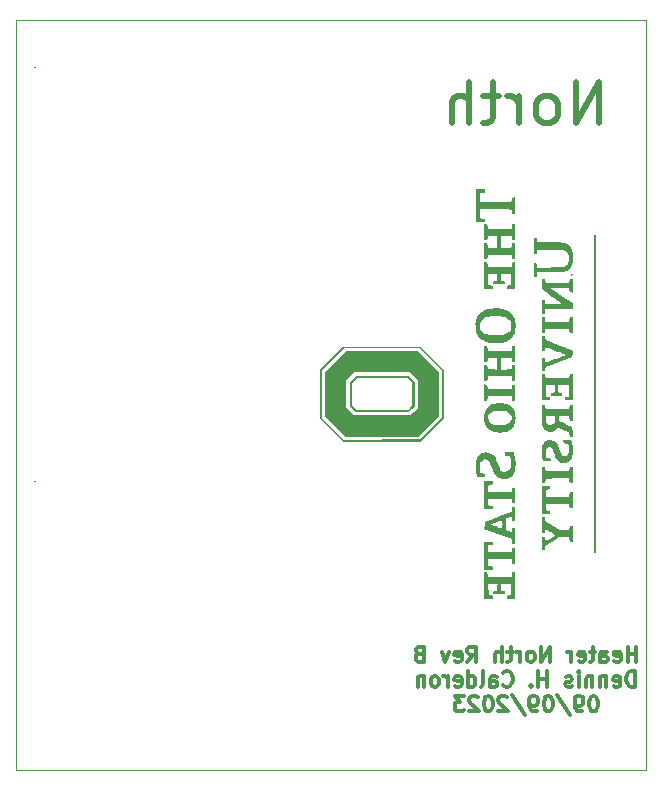
<source format=gbr>
%TF.GenerationSoftware,KiCad,Pcbnew,7.0.7*%
%TF.CreationDate,2023-09-14T15:48:24-04:00*%
%TF.ProjectId,Heater_North_DCT_HSK,48656174-6572-45f4-9e6f-7274685f4443,rev?*%
%TF.SameCoordinates,Original*%
%TF.FileFunction,Legend,Bot*%
%TF.FilePolarity,Positive*%
%FSLAX46Y46*%
G04 Gerber Fmt 4.6, Leading zero omitted, Abs format (unit mm)*
G04 Created by KiCad (PCBNEW 7.0.7) date 2023-09-14 15:48:24*
%MOMM*%
%LPD*%
G01*
G04 APERTURE LIST*
%ADD10C,0.150000*%
%ADD11C,0.500000*%
%ADD12C,0.300000*%
%TA.AperFunction,Profile*%
%ADD13C,0.100000*%
%TD*%
G04 APERTURE END LIST*
D10*
X103200200Y-89890600D02*
G75*
G03*
X103200200Y-89890600I-25400J0D01*
G01*
X103200200Y-54864000D02*
G75*
G03*
X103200200Y-54864000I-25400J0D01*
G01*
X148615400Y-72390000D02*
G75*
G03*
X148615400Y-72390000I-25400J0D01*
G01*
D11*
X150950999Y-59588342D02*
X150950999Y-56088342D01*
X150950999Y-56088342D02*
X148950999Y-59588342D01*
X148950999Y-59588342D02*
X148950999Y-56088342D01*
X146784332Y-59588342D02*
X147117666Y-59421676D01*
X147117666Y-59421676D02*
X147284332Y-59255009D01*
X147284332Y-59255009D02*
X147450999Y-58921676D01*
X147450999Y-58921676D02*
X147450999Y-57921676D01*
X147450999Y-57921676D02*
X147284332Y-57588342D01*
X147284332Y-57588342D02*
X147117666Y-57421676D01*
X147117666Y-57421676D02*
X146784332Y-57255009D01*
X146784332Y-57255009D02*
X146284332Y-57255009D01*
X146284332Y-57255009D02*
X145950999Y-57421676D01*
X145950999Y-57421676D02*
X145784332Y-57588342D01*
X145784332Y-57588342D02*
X145617666Y-57921676D01*
X145617666Y-57921676D02*
X145617666Y-58921676D01*
X145617666Y-58921676D02*
X145784332Y-59255009D01*
X145784332Y-59255009D02*
X145950999Y-59421676D01*
X145950999Y-59421676D02*
X146284332Y-59588342D01*
X146284332Y-59588342D02*
X146784332Y-59588342D01*
X144117665Y-59588342D02*
X144117665Y-57255009D01*
X144117665Y-57921676D02*
X143950999Y-57588342D01*
X143950999Y-57588342D02*
X143784332Y-57421676D01*
X143784332Y-57421676D02*
X143450999Y-57255009D01*
X143450999Y-57255009D02*
X143117665Y-57255009D01*
X142450998Y-57255009D02*
X141117665Y-57255009D01*
X141950998Y-56088342D02*
X141950998Y-59088342D01*
X141950998Y-59088342D02*
X141784332Y-59421676D01*
X141784332Y-59421676D02*
X141450998Y-59588342D01*
X141450998Y-59588342D02*
X141117665Y-59588342D01*
X139950998Y-59588342D02*
X139950998Y-56088342D01*
X138450998Y-59588342D02*
X138450998Y-57755009D01*
X138450998Y-57755009D02*
X138617665Y-57421676D01*
X138617665Y-57421676D02*
X138950998Y-57255009D01*
X138950998Y-57255009D02*
X139450998Y-57255009D01*
X139450998Y-57255009D02*
X139784332Y-57421676D01*
X139784332Y-57421676D02*
X139950998Y-57588342D01*
D12*
X154088717Y-105180914D02*
X154088717Y-103880914D01*
X154088717Y-104499962D02*
X153345860Y-104499962D01*
X153345860Y-105180914D02*
X153345860Y-103880914D01*
X152231574Y-105119010D02*
X152355383Y-105180914D01*
X152355383Y-105180914D02*
X152603002Y-105180914D01*
X152603002Y-105180914D02*
X152726812Y-105119010D01*
X152726812Y-105119010D02*
X152788716Y-104995200D01*
X152788716Y-104995200D02*
X152788716Y-104499962D01*
X152788716Y-104499962D02*
X152726812Y-104376152D01*
X152726812Y-104376152D02*
X152603002Y-104314248D01*
X152603002Y-104314248D02*
X152355383Y-104314248D01*
X152355383Y-104314248D02*
X152231574Y-104376152D01*
X152231574Y-104376152D02*
X152169669Y-104499962D01*
X152169669Y-104499962D02*
X152169669Y-104623771D01*
X152169669Y-104623771D02*
X152788716Y-104747581D01*
X151055383Y-105180914D02*
X151055383Y-104499962D01*
X151055383Y-104499962D02*
X151117288Y-104376152D01*
X151117288Y-104376152D02*
X151241097Y-104314248D01*
X151241097Y-104314248D02*
X151488716Y-104314248D01*
X151488716Y-104314248D02*
X151612526Y-104376152D01*
X151055383Y-105119010D02*
X151179192Y-105180914D01*
X151179192Y-105180914D02*
X151488716Y-105180914D01*
X151488716Y-105180914D02*
X151612526Y-105119010D01*
X151612526Y-105119010D02*
X151674430Y-104995200D01*
X151674430Y-104995200D02*
X151674430Y-104871390D01*
X151674430Y-104871390D02*
X151612526Y-104747581D01*
X151612526Y-104747581D02*
X151488716Y-104685676D01*
X151488716Y-104685676D02*
X151179192Y-104685676D01*
X151179192Y-104685676D02*
X151055383Y-104623771D01*
X150622050Y-104314248D02*
X150126812Y-104314248D01*
X150436336Y-103880914D02*
X150436336Y-104995200D01*
X150436336Y-104995200D02*
X150374431Y-105119010D01*
X150374431Y-105119010D02*
X150250621Y-105180914D01*
X150250621Y-105180914D02*
X150126812Y-105180914D01*
X149198241Y-105119010D02*
X149322050Y-105180914D01*
X149322050Y-105180914D02*
X149569669Y-105180914D01*
X149569669Y-105180914D02*
X149693479Y-105119010D01*
X149693479Y-105119010D02*
X149755383Y-104995200D01*
X149755383Y-104995200D02*
X149755383Y-104499962D01*
X149755383Y-104499962D02*
X149693479Y-104376152D01*
X149693479Y-104376152D02*
X149569669Y-104314248D01*
X149569669Y-104314248D02*
X149322050Y-104314248D01*
X149322050Y-104314248D02*
X149198241Y-104376152D01*
X149198241Y-104376152D02*
X149136336Y-104499962D01*
X149136336Y-104499962D02*
X149136336Y-104623771D01*
X149136336Y-104623771D02*
X149755383Y-104747581D01*
X148579193Y-105180914D02*
X148579193Y-104314248D01*
X148579193Y-104561867D02*
X148517288Y-104438057D01*
X148517288Y-104438057D02*
X148455383Y-104376152D01*
X148455383Y-104376152D02*
X148331574Y-104314248D01*
X148331574Y-104314248D02*
X148207764Y-104314248D01*
X146783955Y-105180914D02*
X146783955Y-103880914D01*
X146783955Y-103880914D02*
X146041098Y-105180914D01*
X146041098Y-105180914D02*
X146041098Y-103880914D01*
X145236335Y-105180914D02*
X145360145Y-105119010D01*
X145360145Y-105119010D02*
X145422050Y-105057105D01*
X145422050Y-105057105D02*
X145483954Y-104933295D01*
X145483954Y-104933295D02*
X145483954Y-104561867D01*
X145483954Y-104561867D02*
X145422050Y-104438057D01*
X145422050Y-104438057D02*
X145360145Y-104376152D01*
X145360145Y-104376152D02*
X145236335Y-104314248D01*
X145236335Y-104314248D02*
X145050621Y-104314248D01*
X145050621Y-104314248D02*
X144926812Y-104376152D01*
X144926812Y-104376152D02*
X144864907Y-104438057D01*
X144864907Y-104438057D02*
X144803002Y-104561867D01*
X144803002Y-104561867D02*
X144803002Y-104933295D01*
X144803002Y-104933295D02*
X144864907Y-105057105D01*
X144864907Y-105057105D02*
X144926812Y-105119010D01*
X144926812Y-105119010D02*
X145050621Y-105180914D01*
X145050621Y-105180914D02*
X145236335Y-105180914D01*
X144245860Y-105180914D02*
X144245860Y-104314248D01*
X144245860Y-104561867D02*
X144183955Y-104438057D01*
X144183955Y-104438057D02*
X144122050Y-104376152D01*
X144122050Y-104376152D02*
X143998241Y-104314248D01*
X143998241Y-104314248D02*
X143874431Y-104314248D01*
X143626812Y-104314248D02*
X143131574Y-104314248D01*
X143441098Y-103880914D02*
X143441098Y-104995200D01*
X143441098Y-104995200D02*
X143379193Y-105119010D01*
X143379193Y-105119010D02*
X143255383Y-105180914D01*
X143255383Y-105180914D02*
X143131574Y-105180914D01*
X142698241Y-105180914D02*
X142698241Y-103880914D01*
X142141098Y-105180914D02*
X142141098Y-104499962D01*
X142141098Y-104499962D02*
X142203003Y-104376152D01*
X142203003Y-104376152D02*
X142326812Y-104314248D01*
X142326812Y-104314248D02*
X142512526Y-104314248D01*
X142512526Y-104314248D02*
X142636336Y-104376152D01*
X142636336Y-104376152D02*
X142698241Y-104438057D01*
X139788718Y-105180914D02*
X140222051Y-104561867D01*
X140531575Y-105180914D02*
X140531575Y-103880914D01*
X140531575Y-103880914D02*
X140036337Y-103880914D01*
X140036337Y-103880914D02*
X139912527Y-103942819D01*
X139912527Y-103942819D02*
X139850622Y-104004724D01*
X139850622Y-104004724D02*
X139788718Y-104128533D01*
X139788718Y-104128533D02*
X139788718Y-104314248D01*
X139788718Y-104314248D02*
X139850622Y-104438057D01*
X139850622Y-104438057D02*
X139912527Y-104499962D01*
X139912527Y-104499962D02*
X140036337Y-104561867D01*
X140036337Y-104561867D02*
X140531575Y-104561867D01*
X138736337Y-105119010D02*
X138860146Y-105180914D01*
X138860146Y-105180914D02*
X139107765Y-105180914D01*
X139107765Y-105180914D02*
X139231575Y-105119010D01*
X139231575Y-105119010D02*
X139293479Y-104995200D01*
X139293479Y-104995200D02*
X139293479Y-104499962D01*
X139293479Y-104499962D02*
X139231575Y-104376152D01*
X139231575Y-104376152D02*
X139107765Y-104314248D01*
X139107765Y-104314248D02*
X138860146Y-104314248D01*
X138860146Y-104314248D02*
X138736337Y-104376152D01*
X138736337Y-104376152D02*
X138674432Y-104499962D01*
X138674432Y-104499962D02*
X138674432Y-104623771D01*
X138674432Y-104623771D02*
X139293479Y-104747581D01*
X138241098Y-104314248D02*
X137931574Y-105180914D01*
X137931574Y-105180914D02*
X137622051Y-104314248D01*
X135703003Y-104499962D02*
X135517289Y-104561867D01*
X135517289Y-104561867D02*
X135455384Y-104623771D01*
X135455384Y-104623771D02*
X135393480Y-104747581D01*
X135393480Y-104747581D02*
X135393480Y-104933295D01*
X135393480Y-104933295D02*
X135455384Y-105057105D01*
X135455384Y-105057105D02*
X135517289Y-105119010D01*
X135517289Y-105119010D02*
X135641099Y-105180914D01*
X135641099Y-105180914D02*
X136136337Y-105180914D01*
X136136337Y-105180914D02*
X136136337Y-103880914D01*
X136136337Y-103880914D02*
X135703003Y-103880914D01*
X135703003Y-103880914D02*
X135579194Y-103942819D01*
X135579194Y-103942819D02*
X135517289Y-104004724D01*
X135517289Y-104004724D02*
X135455384Y-104128533D01*
X135455384Y-104128533D02*
X135455384Y-104252343D01*
X135455384Y-104252343D02*
X135517289Y-104376152D01*
X135517289Y-104376152D02*
X135579194Y-104438057D01*
X135579194Y-104438057D02*
X135703003Y-104499962D01*
X135703003Y-104499962D02*
X136136337Y-104499962D01*
X153964907Y-107273914D02*
X153964907Y-105973914D01*
X153964907Y-105973914D02*
X153655383Y-105973914D01*
X153655383Y-105973914D02*
X153469669Y-106035819D01*
X153469669Y-106035819D02*
X153345859Y-106159629D01*
X153345859Y-106159629D02*
X153283954Y-106283438D01*
X153283954Y-106283438D02*
X153222050Y-106531057D01*
X153222050Y-106531057D02*
X153222050Y-106716771D01*
X153222050Y-106716771D02*
X153283954Y-106964390D01*
X153283954Y-106964390D02*
X153345859Y-107088200D01*
X153345859Y-107088200D02*
X153469669Y-107212010D01*
X153469669Y-107212010D02*
X153655383Y-107273914D01*
X153655383Y-107273914D02*
X153964907Y-107273914D01*
X152169669Y-107212010D02*
X152293478Y-107273914D01*
X152293478Y-107273914D02*
X152541097Y-107273914D01*
X152541097Y-107273914D02*
X152664907Y-107212010D01*
X152664907Y-107212010D02*
X152726811Y-107088200D01*
X152726811Y-107088200D02*
X152726811Y-106592962D01*
X152726811Y-106592962D02*
X152664907Y-106469152D01*
X152664907Y-106469152D02*
X152541097Y-106407248D01*
X152541097Y-106407248D02*
X152293478Y-106407248D01*
X152293478Y-106407248D02*
X152169669Y-106469152D01*
X152169669Y-106469152D02*
X152107764Y-106592962D01*
X152107764Y-106592962D02*
X152107764Y-106716771D01*
X152107764Y-106716771D02*
X152726811Y-106840581D01*
X151550621Y-106407248D02*
X151550621Y-107273914D01*
X151550621Y-106531057D02*
X151488716Y-106469152D01*
X151488716Y-106469152D02*
X151364906Y-106407248D01*
X151364906Y-106407248D02*
X151179192Y-106407248D01*
X151179192Y-106407248D02*
X151055383Y-106469152D01*
X151055383Y-106469152D02*
X150993478Y-106592962D01*
X150993478Y-106592962D02*
X150993478Y-107273914D01*
X150374431Y-106407248D02*
X150374431Y-107273914D01*
X150374431Y-106531057D02*
X150312526Y-106469152D01*
X150312526Y-106469152D02*
X150188716Y-106407248D01*
X150188716Y-106407248D02*
X150003002Y-106407248D01*
X150003002Y-106407248D02*
X149879193Y-106469152D01*
X149879193Y-106469152D02*
X149817288Y-106592962D01*
X149817288Y-106592962D02*
X149817288Y-107273914D01*
X149198241Y-107273914D02*
X149198241Y-106407248D01*
X149198241Y-105973914D02*
X149260145Y-106035819D01*
X149260145Y-106035819D02*
X149198241Y-106097724D01*
X149198241Y-106097724D02*
X149136336Y-106035819D01*
X149136336Y-106035819D02*
X149198241Y-105973914D01*
X149198241Y-105973914D02*
X149198241Y-106097724D01*
X148641097Y-107212010D02*
X148517288Y-107273914D01*
X148517288Y-107273914D02*
X148269669Y-107273914D01*
X148269669Y-107273914D02*
X148145859Y-107212010D01*
X148145859Y-107212010D02*
X148083955Y-107088200D01*
X148083955Y-107088200D02*
X148083955Y-107026295D01*
X148083955Y-107026295D02*
X148145859Y-106902486D01*
X148145859Y-106902486D02*
X148269669Y-106840581D01*
X148269669Y-106840581D02*
X148455383Y-106840581D01*
X148455383Y-106840581D02*
X148579193Y-106778676D01*
X148579193Y-106778676D02*
X148641097Y-106654867D01*
X148641097Y-106654867D02*
X148641097Y-106592962D01*
X148641097Y-106592962D02*
X148579193Y-106469152D01*
X148579193Y-106469152D02*
X148455383Y-106407248D01*
X148455383Y-106407248D02*
X148269669Y-106407248D01*
X148269669Y-106407248D02*
X148145859Y-106469152D01*
X146536336Y-107273914D02*
X146536336Y-105973914D01*
X146536336Y-106592962D02*
X145793479Y-106592962D01*
X145793479Y-107273914D02*
X145793479Y-105973914D01*
X145174431Y-107150105D02*
X145112526Y-107212010D01*
X145112526Y-107212010D02*
X145174431Y-107273914D01*
X145174431Y-107273914D02*
X145236335Y-107212010D01*
X145236335Y-107212010D02*
X145174431Y-107150105D01*
X145174431Y-107150105D02*
X145174431Y-107273914D01*
X142822050Y-107150105D02*
X142883954Y-107212010D01*
X142883954Y-107212010D02*
X143069669Y-107273914D01*
X143069669Y-107273914D02*
X143193478Y-107273914D01*
X143193478Y-107273914D02*
X143379192Y-107212010D01*
X143379192Y-107212010D02*
X143503002Y-107088200D01*
X143503002Y-107088200D02*
X143564907Y-106964390D01*
X143564907Y-106964390D02*
X143626811Y-106716771D01*
X143626811Y-106716771D02*
X143626811Y-106531057D01*
X143626811Y-106531057D02*
X143564907Y-106283438D01*
X143564907Y-106283438D02*
X143503002Y-106159629D01*
X143503002Y-106159629D02*
X143379192Y-106035819D01*
X143379192Y-106035819D02*
X143193478Y-105973914D01*
X143193478Y-105973914D02*
X143069669Y-105973914D01*
X143069669Y-105973914D02*
X142883954Y-106035819D01*
X142883954Y-106035819D02*
X142822050Y-106097724D01*
X141707764Y-107273914D02*
X141707764Y-106592962D01*
X141707764Y-106592962D02*
X141769669Y-106469152D01*
X141769669Y-106469152D02*
X141893478Y-106407248D01*
X141893478Y-106407248D02*
X142141097Y-106407248D01*
X142141097Y-106407248D02*
X142264907Y-106469152D01*
X141707764Y-107212010D02*
X141831573Y-107273914D01*
X141831573Y-107273914D02*
X142141097Y-107273914D01*
X142141097Y-107273914D02*
X142264907Y-107212010D01*
X142264907Y-107212010D02*
X142326811Y-107088200D01*
X142326811Y-107088200D02*
X142326811Y-106964390D01*
X142326811Y-106964390D02*
X142264907Y-106840581D01*
X142264907Y-106840581D02*
X142141097Y-106778676D01*
X142141097Y-106778676D02*
X141831573Y-106778676D01*
X141831573Y-106778676D02*
X141707764Y-106716771D01*
X140903002Y-107273914D02*
X141026812Y-107212010D01*
X141026812Y-107212010D02*
X141088717Y-107088200D01*
X141088717Y-107088200D02*
X141088717Y-105973914D01*
X139850622Y-107273914D02*
X139850622Y-105973914D01*
X139850622Y-107212010D02*
X139974431Y-107273914D01*
X139974431Y-107273914D02*
X140222050Y-107273914D01*
X140222050Y-107273914D02*
X140345860Y-107212010D01*
X140345860Y-107212010D02*
X140407765Y-107150105D01*
X140407765Y-107150105D02*
X140469669Y-107026295D01*
X140469669Y-107026295D02*
X140469669Y-106654867D01*
X140469669Y-106654867D02*
X140407765Y-106531057D01*
X140407765Y-106531057D02*
X140345860Y-106469152D01*
X140345860Y-106469152D02*
X140222050Y-106407248D01*
X140222050Y-106407248D02*
X139974431Y-106407248D01*
X139974431Y-106407248D02*
X139850622Y-106469152D01*
X138736337Y-107212010D02*
X138860146Y-107273914D01*
X138860146Y-107273914D02*
X139107765Y-107273914D01*
X139107765Y-107273914D02*
X139231575Y-107212010D01*
X139231575Y-107212010D02*
X139293479Y-107088200D01*
X139293479Y-107088200D02*
X139293479Y-106592962D01*
X139293479Y-106592962D02*
X139231575Y-106469152D01*
X139231575Y-106469152D02*
X139107765Y-106407248D01*
X139107765Y-106407248D02*
X138860146Y-106407248D01*
X138860146Y-106407248D02*
X138736337Y-106469152D01*
X138736337Y-106469152D02*
X138674432Y-106592962D01*
X138674432Y-106592962D02*
X138674432Y-106716771D01*
X138674432Y-106716771D02*
X139293479Y-106840581D01*
X138117289Y-107273914D02*
X138117289Y-106407248D01*
X138117289Y-106654867D02*
X138055384Y-106531057D01*
X138055384Y-106531057D02*
X137993479Y-106469152D01*
X137993479Y-106469152D02*
X137869670Y-106407248D01*
X137869670Y-106407248D02*
X137745860Y-106407248D01*
X137126812Y-107273914D02*
X137250622Y-107212010D01*
X137250622Y-107212010D02*
X137312527Y-107150105D01*
X137312527Y-107150105D02*
X137374431Y-107026295D01*
X137374431Y-107026295D02*
X137374431Y-106654867D01*
X137374431Y-106654867D02*
X137312527Y-106531057D01*
X137312527Y-106531057D02*
X137250622Y-106469152D01*
X137250622Y-106469152D02*
X137126812Y-106407248D01*
X137126812Y-106407248D02*
X136941098Y-106407248D01*
X136941098Y-106407248D02*
X136817289Y-106469152D01*
X136817289Y-106469152D02*
X136755384Y-106531057D01*
X136755384Y-106531057D02*
X136693479Y-106654867D01*
X136693479Y-106654867D02*
X136693479Y-107026295D01*
X136693479Y-107026295D02*
X136755384Y-107150105D01*
X136755384Y-107150105D02*
X136817289Y-107212010D01*
X136817289Y-107212010D02*
X136941098Y-107273914D01*
X136941098Y-107273914D02*
X137126812Y-107273914D01*
X136136337Y-106407248D02*
X136136337Y-107273914D01*
X136136337Y-106531057D02*
X136074432Y-106469152D01*
X136074432Y-106469152D02*
X135950622Y-106407248D01*
X135950622Y-106407248D02*
X135764908Y-106407248D01*
X135764908Y-106407248D02*
X135641099Y-106469152D01*
X135641099Y-106469152D02*
X135579194Y-106592962D01*
X135579194Y-106592962D02*
X135579194Y-107273914D01*
X150529193Y-108066914D02*
X150405383Y-108066914D01*
X150405383Y-108066914D02*
X150281574Y-108128819D01*
X150281574Y-108128819D02*
X150219669Y-108190724D01*
X150219669Y-108190724D02*
X150157764Y-108314533D01*
X150157764Y-108314533D02*
X150095859Y-108562152D01*
X150095859Y-108562152D02*
X150095859Y-108871676D01*
X150095859Y-108871676D02*
X150157764Y-109119295D01*
X150157764Y-109119295D02*
X150219669Y-109243105D01*
X150219669Y-109243105D02*
X150281574Y-109305010D01*
X150281574Y-109305010D02*
X150405383Y-109366914D01*
X150405383Y-109366914D02*
X150529193Y-109366914D01*
X150529193Y-109366914D02*
X150653002Y-109305010D01*
X150653002Y-109305010D02*
X150714907Y-109243105D01*
X150714907Y-109243105D02*
X150776812Y-109119295D01*
X150776812Y-109119295D02*
X150838716Y-108871676D01*
X150838716Y-108871676D02*
X150838716Y-108562152D01*
X150838716Y-108562152D02*
X150776812Y-108314533D01*
X150776812Y-108314533D02*
X150714907Y-108190724D01*
X150714907Y-108190724D02*
X150653002Y-108128819D01*
X150653002Y-108128819D02*
X150529193Y-108066914D01*
X149476812Y-109366914D02*
X149229193Y-109366914D01*
X149229193Y-109366914D02*
X149105383Y-109305010D01*
X149105383Y-109305010D02*
X149043479Y-109243105D01*
X149043479Y-109243105D02*
X148919669Y-109057390D01*
X148919669Y-109057390D02*
X148857764Y-108809771D01*
X148857764Y-108809771D02*
X148857764Y-108314533D01*
X148857764Y-108314533D02*
X148919669Y-108190724D01*
X148919669Y-108190724D02*
X148981574Y-108128819D01*
X148981574Y-108128819D02*
X149105383Y-108066914D01*
X149105383Y-108066914D02*
X149353002Y-108066914D01*
X149353002Y-108066914D02*
X149476812Y-108128819D01*
X149476812Y-108128819D02*
X149538717Y-108190724D01*
X149538717Y-108190724D02*
X149600621Y-108314533D01*
X149600621Y-108314533D02*
X149600621Y-108624057D01*
X149600621Y-108624057D02*
X149538717Y-108747867D01*
X149538717Y-108747867D02*
X149476812Y-108809771D01*
X149476812Y-108809771D02*
X149353002Y-108871676D01*
X149353002Y-108871676D02*
X149105383Y-108871676D01*
X149105383Y-108871676D02*
X148981574Y-108809771D01*
X148981574Y-108809771D02*
X148919669Y-108747867D01*
X148919669Y-108747867D02*
X148857764Y-108624057D01*
X147372050Y-108005010D02*
X148486336Y-109676438D01*
X146691098Y-108066914D02*
X146567288Y-108066914D01*
X146567288Y-108066914D02*
X146443479Y-108128819D01*
X146443479Y-108128819D02*
X146381574Y-108190724D01*
X146381574Y-108190724D02*
X146319669Y-108314533D01*
X146319669Y-108314533D02*
X146257764Y-108562152D01*
X146257764Y-108562152D02*
X146257764Y-108871676D01*
X146257764Y-108871676D02*
X146319669Y-109119295D01*
X146319669Y-109119295D02*
X146381574Y-109243105D01*
X146381574Y-109243105D02*
X146443479Y-109305010D01*
X146443479Y-109305010D02*
X146567288Y-109366914D01*
X146567288Y-109366914D02*
X146691098Y-109366914D01*
X146691098Y-109366914D02*
X146814907Y-109305010D01*
X146814907Y-109305010D02*
X146876812Y-109243105D01*
X146876812Y-109243105D02*
X146938717Y-109119295D01*
X146938717Y-109119295D02*
X147000621Y-108871676D01*
X147000621Y-108871676D02*
X147000621Y-108562152D01*
X147000621Y-108562152D02*
X146938717Y-108314533D01*
X146938717Y-108314533D02*
X146876812Y-108190724D01*
X146876812Y-108190724D02*
X146814907Y-108128819D01*
X146814907Y-108128819D02*
X146691098Y-108066914D01*
X145638717Y-109366914D02*
X145391098Y-109366914D01*
X145391098Y-109366914D02*
X145267288Y-109305010D01*
X145267288Y-109305010D02*
X145205384Y-109243105D01*
X145205384Y-109243105D02*
X145081574Y-109057390D01*
X145081574Y-109057390D02*
X145019669Y-108809771D01*
X145019669Y-108809771D02*
X145019669Y-108314533D01*
X145019669Y-108314533D02*
X145081574Y-108190724D01*
X145081574Y-108190724D02*
X145143479Y-108128819D01*
X145143479Y-108128819D02*
X145267288Y-108066914D01*
X145267288Y-108066914D02*
X145514907Y-108066914D01*
X145514907Y-108066914D02*
X145638717Y-108128819D01*
X145638717Y-108128819D02*
X145700622Y-108190724D01*
X145700622Y-108190724D02*
X145762526Y-108314533D01*
X145762526Y-108314533D02*
X145762526Y-108624057D01*
X145762526Y-108624057D02*
X145700622Y-108747867D01*
X145700622Y-108747867D02*
X145638717Y-108809771D01*
X145638717Y-108809771D02*
X145514907Y-108871676D01*
X145514907Y-108871676D02*
X145267288Y-108871676D01*
X145267288Y-108871676D02*
X145143479Y-108809771D01*
X145143479Y-108809771D02*
X145081574Y-108747867D01*
X145081574Y-108747867D02*
X145019669Y-108624057D01*
X143533955Y-108005010D02*
X144648241Y-109676438D01*
X143162526Y-108190724D02*
X143100622Y-108128819D01*
X143100622Y-108128819D02*
X142976812Y-108066914D01*
X142976812Y-108066914D02*
X142667288Y-108066914D01*
X142667288Y-108066914D02*
X142543479Y-108128819D01*
X142543479Y-108128819D02*
X142481574Y-108190724D01*
X142481574Y-108190724D02*
X142419669Y-108314533D01*
X142419669Y-108314533D02*
X142419669Y-108438343D01*
X142419669Y-108438343D02*
X142481574Y-108624057D01*
X142481574Y-108624057D02*
X143224431Y-109366914D01*
X143224431Y-109366914D02*
X142419669Y-109366914D01*
X141614908Y-108066914D02*
X141491098Y-108066914D01*
X141491098Y-108066914D02*
X141367289Y-108128819D01*
X141367289Y-108128819D02*
X141305384Y-108190724D01*
X141305384Y-108190724D02*
X141243479Y-108314533D01*
X141243479Y-108314533D02*
X141181574Y-108562152D01*
X141181574Y-108562152D02*
X141181574Y-108871676D01*
X141181574Y-108871676D02*
X141243479Y-109119295D01*
X141243479Y-109119295D02*
X141305384Y-109243105D01*
X141305384Y-109243105D02*
X141367289Y-109305010D01*
X141367289Y-109305010D02*
X141491098Y-109366914D01*
X141491098Y-109366914D02*
X141614908Y-109366914D01*
X141614908Y-109366914D02*
X141738717Y-109305010D01*
X141738717Y-109305010D02*
X141800622Y-109243105D01*
X141800622Y-109243105D02*
X141862527Y-109119295D01*
X141862527Y-109119295D02*
X141924431Y-108871676D01*
X141924431Y-108871676D02*
X141924431Y-108562152D01*
X141924431Y-108562152D02*
X141862527Y-108314533D01*
X141862527Y-108314533D02*
X141800622Y-108190724D01*
X141800622Y-108190724D02*
X141738717Y-108128819D01*
X141738717Y-108128819D02*
X141614908Y-108066914D01*
X140686336Y-108190724D02*
X140624432Y-108128819D01*
X140624432Y-108128819D02*
X140500622Y-108066914D01*
X140500622Y-108066914D02*
X140191098Y-108066914D01*
X140191098Y-108066914D02*
X140067289Y-108128819D01*
X140067289Y-108128819D02*
X140005384Y-108190724D01*
X140005384Y-108190724D02*
X139943479Y-108314533D01*
X139943479Y-108314533D02*
X139943479Y-108438343D01*
X139943479Y-108438343D02*
X140005384Y-108624057D01*
X140005384Y-108624057D02*
X140748241Y-109366914D01*
X140748241Y-109366914D02*
X139943479Y-109366914D01*
X139510146Y-108066914D02*
X138705384Y-108066914D01*
X138705384Y-108066914D02*
X139138718Y-108562152D01*
X139138718Y-108562152D02*
X138953003Y-108562152D01*
X138953003Y-108562152D02*
X138829194Y-108624057D01*
X138829194Y-108624057D02*
X138767289Y-108685962D01*
X138767289Y-108685962D02*
X138705384Y-108809771D01*
X138705384Y-108809771D02*
X138705384Y-109119295D01*
X138705384Y-109119295D02*
X138767289Y-109243105D01*
X138767289Y-109243105D02*
X138829194Y-109305010D01*
X138829194Y-109305010D02*
X138953003Y-109366914D01*
X138953003Y-109366914D02*
X139324432Y-109366914D01*
X139324432Y-109366914D02*
X139448241Y-109305010D01*
X139448241Y-109305010D02*
X139510146Y-109243105D01*
%TO.C,G\u002A\u002A\u002A*%
G36*
X150674000Y-95929085D02*
G01*
X150479364Y-95929085D01*
X150479364Y-69069314D01*
X150674000Y-69069314D01*
X150674000Y-95929085D01*
G37*
G36*
X141947819Y-95271918D02*
G01*
X141753183Y-95293938D01*
X141558547Y-95315959D01*
X141558547Y-95896645D01*
X143534125Y-95896645D01*
X143556145Y-95702009D01*
X143578166Y-95507373D01*
X143829300Y-95507373D01*
X143829300Y-96869825D01*
X143578166Y-96869825D01*
X143556145Y-96675189D01*
X143534125Y-96480553D01*
X141558547Y-96480553D01*
X141558547Y-97061240D01*
X141753183Y-97083260D01*
X141947819Y-97105281D01*
X141947819Y-97356415D01*
X141234154Y-97356415D01*
X141234154Y-95020783D01*
X141947819Y-95020783D01*
X141947819Y-95271918D01*
G37*
G36*
X146398378Y-76368165D02*
G01*
X148399271Y-76368165D01*
X148419900Y-76214078D01*
X148429562Y-76144495D01*
X148447559Y-76051418D01*
X148472472Y-76001959D01*
X148513702Y-75982368D01*
X148580645Y-75978893D01*
X148695201Y-75978893D01*
X148695201Y-77345262D01*
X148573553Y-77335193D01*
X148559068Y-77333981D01*
X148496529Y-77324703D01*
X148461372Y-77299843D01*
X148441270Y-77243206D01*
X148423894Y-77138599D01*
X148395882Y-76952073D01*
X146398378Y-76952073D01*
X146353198Y-77341345D01*
X146100054Y-77341345D01*
X146100054Y-75978893D01*
X146353198Y-75978893D01*
X146398378Y-76368165D01*
G37*
G36*
X135735281Y-78479122D02*
G01*
X135833004Y-78479158D01*
X136830514Y-79454846D01*
X137828023Y-80430533D01*
X137828023Y-84526272D01*
X136830710Y-85523974D01*
X135833397Y-86521677D01*
X129263363Y-86521677D01*
X127285239Y-84566189D01*
X127285239Y-84494638D01*
X127479875Y-84494638D01*
X128418076Y-85432420D01*
X129356277Y-86370203D01*
X135768125Y-86326379D01*
X137633387Y-84462199D01*
X137633387Y-80536207D01*
X135735281Y-78638919D01*
X129344717Y-78638919D01*
X127479875Y-80504593D01*
X127479875Y-84494638D01*
X127285239Y-84494638D01*
X127285239Y-80439694D01*
X128266330Y-79458208D01*
X129247420Y-78476722D01*
X135735281Y-78479122D01*
G37*
G36*
X134728321Y-80942111D02*
G01*
X134793590Y-80942111D01*
X135061892Y-81209020D01*
X135330194Y-81475928D01*
X135330194Y-83525750D01*
X135058424Y-83791019D01*
X134786653Y-84056288D01*
X130359049Y-84056288D01*
X129815507Y-83525750D01*
X129815507Y-83425461D01*
X129977704Y-83425461D01*
X130197484Y-83643556D01*
X130417263Y-83861652D01*
X134731941Y-83861652D01*
X134933750Y-83658033D01*
X135135558Y-83454414D01*
X135135558Y-81540365D01*
X134931940Y-81338556D01*
X134728321Y-81136747D01*
X130413895Y-81136747D01*
X130195800Y-81356527D01*
X129977704Y-81576307D01*
X129977704Y-83425461D01*
X129815507Y-83425461D01*
X129815507Y-81478716D01*
X130082416Y-81210413D01*
X130349324Y-80942111D01*
X134728321Y-80942111D01*
G37*
G36*
X134891204Y-78865994D02*
G01*
X135637934Y-78865994D01*
X136522123Y-79749745D01*
X137406312Y-80633495D01*
X137406312Y-84361694D01*
X135672408Y-86099966D01*
X129475337Y-86099966D01*
X128607363Y-85232439D01*
X127739390Y-84364912D01*
X127739390Y-83619463D01*
X129523553Y-83619463D01*
X129872806Y-83967633D01*
X130222058Y-84315802D01*
X134925862Y-84315802D01*
X135257786Y-83982745D01*
X135589709Y-83649688D01*
X135589709Y-81346497D01*
X135240457Y-80998327D01*
X134891204Y-80650157D01*
X130252380Y-80650157D01*
X129887967Y-81015607D01*
X129523553Y-81381058D01*
X129523553Y-83619463D01*
X127739390Y-83619463D01*
X127739390Y-80634372D01*
X128623141Y-79750183D01*
X129506891Y-78865994D01*
X134891204Y-78865994D01*
G37*
G36*
X146813719Y-90570224D02*
G01*
X146424447Y-90615404D01*
X146424447Y-91192942D01*
X148395882Y-91192942D01*
X148423894Y-91006415D01*
X148427238Y-90984207D01*
X148444204Y-90889046D01*
X148466027Y-90839058D01*
X148505034Y-90818047D01*
X148573553Y-90809821D01*
X148695201Y-90799753D01*
X148695201Y-92170038D01*
X148573553Y-92159970D01*
X148559068Y-92158757D01*
X148496529Y-92149479D01*
X148461372Y-92124619D01*
X148441270Y-92067983D01*
X148423894Y-91963376D01*
X148395882Y-91776850D01*
X146424447Y-91776850D01*
X146424447Y-92357536D01*
X146619083Y-92379557D01*
X146813719Y-92401577D01*
X146813719Y-92652712D01*
X146100054Y-92652712D01*
X146100054Y-90317079D01*
X146813719Y-90317079D01*
X146813719Y-90570224D01*
G37*
G36*
X148695201Y-90029042D02*
G01*
X148573553Y-90018974D01*
X148558557Y-90017718D01*
X148496291Y-90008413D01*
X148461272Y-89983459D01*
X148441212Y-89926683D01*
X148423825Y-89821916D01*
X148395745Y-89634927D01*
X147401986Y-89643500D01*
X146408228Y-89652073D01*
X146349068Y-90025125D01*
X146098738Y-90025125D01*
X146116274Y-88678893D01*
X146229811Y-88678893D01*
X146243058Y-88678907D01*
X146301589Y-88683060D01*
X146334710Y-88705286D01*
X146354080Y-88760951D01*
X146371361Y-88865419D01*
X146399373Y-89051945D01*
X148399271Y-89051945D01*
X148419900Y-88897859D01*
X148429562Y-88828275D01*
X148447559Y-88735198D01*
X148472472Y-88685739D01*
X148513702Y-88666148D01*
X148580645Y-88662673D01*
X148695201Y-88662673D01*
X148695201Y-90029042D01*
G37*
G36*
X143829300Y-83050668D02*
G01*
X143578823Y-83050668D01*
X143559521Y-82887699D01*
X143551790Y-82830414D01*
X143535576Y-82741725D01*
X143520649Y-82693063D01*
X143489994Y-82684745D01*
X143398273Y-82676725D01*
X143250351Y-82670235D01*
X143050810Y-82665421D01*
X142804233Y-82662426D01*
X142515204Y-82661396D01*
X141529329Y-82661396D01*
X141507309Y-82856032D01*
X141485288Y-83050668D01*
X141234154Y-83050668D01*
X141234154Y-81684300D01*
X141355801Y-81694368D01*
X141370286Y-81695580D01*
X141432825Y-81704858D01*
X141467982Y-81729719D01*
X141488084Y-81786355D01*
X141505460Y-81890962D01*
X141533472Y-82077488D01*
X143529982Y-82077488D01*
X143557994Y-81890962D01*
X143561338Y-81868754D01*
X143578304Y-81773593D01*
X143600127Y-81723604D01*
X143639134Y-81702594D01*
X143707653Y-81694368D01*
X143829300Y-81684300D01*
X143829300Y-83050668D01*
G37*
G36*
X141947819Y-90023656D02*
G01*
X141947627Y-90053897D01*
X141939075Y-90122391D01*
X141904579Y-90154314D01*
X141826171Y-90171502D01*
X141747678Y-90183751D01*
X141648277Y-90202230D01*
X141591406Y-90228462D01*
X141565323Y-90276691D01*
X141558284Y-90361161D01*
X141558547Y-90496114D01*
X141558547Y-90771230D01*
X143532678Y-90771230D01*
X143554970Y-90592814D01*
X143577261Y-90414397D01*
X143829300Y-90414397D01*
X143829300Y-91744410D01*
X143577261Y-91744410D01*
X143554970Y-91565994D01*
X143532678Y-91387578D01*
X141558547Y-91387578D01*
X141558547Y-91664330D01*
X141558491Y-91729383D01*
X141561262Y-91844268D01*
X141576182Y-91913783D01*
X141613241Y-91951643D01*
X141682427Y-91971567D01*
X141793732Y-91987271D01*
X141947819Y-92007900D01*
X141947819Y-92263440D01*
X141234154Y-92263440D01*
X141234154Y-89895368D01*
X141947819Y-89895368D01*
X141947819Y-90023656D01*
G37*
G36*
X141355801Y-97589642D02*
G01*
X141370286Y-97590855D01*
X141432825Y-97600133D01*
X141467982Y-97624993D01*
X141488084Y-97681630D01*
X141505460Y-97786237D01*
X141533472Y-97972763D01*
X143534125Y-97972763D01*
X143556145Y-97778127D01*
X143578166Y-97583491D01*
X143829300Y-97583491D01*
X143829300Y-99821805D01*
X143148074Y-99821805D01*
X143148074Y-99567239D01*
X143318381Y-99540167D01*
X143488687Y-99513095D01*
X143506641Y-98556671D01*
X142629045Y-98556671D01*
X142629045Y-99164660D01*
X142791242Y-99186176D01*
X142873518Y-99198409D01*
X142928961Y-99217284D01*
X142950080Y-99253293D01*
X142953438Y-99320112D01*
X142953438Y-99432533D01*
X141980258Y-99432533D01*
X141980258Y-99323558D01*
X141982813Y-99265387D01*
X142001344Y-99226930D01*
X142051910Y-99204696D01*
X142150565Y-99185690D01*
X142320871Y-99156798D01*
X142330198Y-98856735D01*
X142339526Y-98556671D01*
X141556813Y-98556671D01*
X141574767Y-99513095D01*
X141745073Y-99540167D01*
X141915380Y-99567239D01*
X141915380Y-99821805D01*
X141234154Y-99821805D01*
X141234154Y-97579574D01*
X141355801Y-97589642D01*
G37*
G36*
X143829300Y-73578382D02*
G01*
X143148074Y-73578382D01*
X143148074Y-73323536D01*
X143326491Y-73301244D01*
X143504907Y-73278953D01*
X143504907Y-72313248D01*
X142629045Y-72313248D01*
X142629045Y-72923507D01*
X142791242Y-72945815D01*
X142872067Y-72958218D01*
X142928310Y-72977277D01*
X142949915Y-73012891D01*
X142953438Y-73078616D01*
X142953438Y-73189110D01*
X141976148Y-73189110D01*
X141986313Y-73085236D01*
X141991804Y-73044353D01*
X142012392Y-72998701D01*
X142062203Y-72970954D01*
X142158675Y-72947140D01*
X142320871Y-72912917D01*
X142320871Y-72329468D01*
X141939709Y-72320328D01*
X141558547Y-72311189D01*
X141558547Y-73278953D01*
X141736963Y-73301244D01*
X141915380Y-73323536D01*
X141915380Y-73578382D01*
X141234154Y-73578382D01*
X141234154Y-71336152D01*
X141355801Y-71346220D01*
X141370286Y-71347432D01*
X141432825Y-71356710D01*
X141467982Y-71381571D01*
X141488084Y-71438207D01*
X141505460Y-71542814D01*
X141533472Y-71729340D01*
X143529982Y-71729340D01*
X143557994Y-71542814D01*
X143561338Y-71520605D01*
X143578304Y-71425445D01*
X143600127Y-71375456D01*
X143639134Y-71354446D01*
X143707653Y-71346220D01*
X143829300Y-71336152D01*
X143829300Y-73578382D01*
G37*
G36*
X148695201Y-83018229D02*
G01*
X148013975Y-83018229D01*
X148013975Y-82763383D01*
X148370807Y-82718799D01*
X148370807Y-81753095D01*
X147494945Y-81753095D01*
X147494945Y-82367208D01*
X147657142Y-82388724D01*
X147737466Y-82400645D01*
X147793998Y-82419342D01*
X147815765Y-82454536D01*
X147819339Y-82519598D01*
X147819339Y-82628957D01*
X146842048Y-82628957D01*
X146852213Y-82525083D01*
X146857704Y-82484200D01*
X146878292Y-82438548D01*
X146928103Y-82410801D01*
X147024575Y-82386987D01*
X147186772Y-82352764D01*
X147186772Y-81769314D01*
X146805610Y-81760175D01*
X146424447Y-81751036D01*
X146424447Y-82718799D01*
X146602864Y-82741091D01*
X146781280Y-82763383D01*
X146781280Y-83018229D01*
X146099202Y-83018229D01*
X146107738Y-81907182D01*
X146116274Y-80796134D01*
X146229811Y-80796134D01*
X146243058Y-80796148D01*
X146301589Y-80800301D01*
X146334710Y-80822528D01*
X146354080Y-80878192D01*
X146371361Y-80982661D01*
X146399373Y-81169187D01*
X148399271Y-81169187D01*
X148419900Y-81015100D01*
X148429562Y-80945517D01*
X148447559Y-80852440D01*
X148472472Y-80802981D01*
X148513702Y-80783389D01*
X148580645Y-80779915D01*
X148695201Y-80779915D01*
X148695201Y-83018229D01*
G37*
G36*
X148695201Y-73906692D02*
G01*
X148573553Y-73896624D01*
X148559068Y-73895411D01*
X148496529Y-73886133D01*
X148461372Y-73861273D01*
X148441270Y-73804636D01*
X148423894Y-73700030D01*
X148395882Y-73513503D01*
X146862378Y-73515837D01*
X146954365Y-73591093D01*
X146967543Y-73601417D01*
X147035269Y-73651692D01*
X147145852Y-73731925D01*
X147291924Y-73836835D01*
X147466114Y-73961142D01*
X147661056Y-74099565D01*
X147869379Y-74246823D01*
X148692407Y-74827297D01*
X148695201Y-75297667D01*
X146398378Y-75297667D01*
X146353198Y-75686939D01*
X146100054Y-75686939D01*
X146100054Y-74519123D01*
X146353198Y-74519123D01*
X146398378Y-74908395D01*
X147866214Y-74908395D01*
X147651248Y-74754308D01*
X147600466Y-74717891D01*
X147484591Y-74634741D01*
X147332998Y-74525921D01*
X147156023Y-74398853D01*
X146964000Y-74260954D01*
X146767266Y-74119647D01*
X146098250Y-73639073D01*
X146116274Y-72751179D01*
X146229811Y-72751179D01*
X146243058Y-72751193D01*
X146301589Y-72755346D01*
X146334710Y-72777572D01*
X146354080Y-72833237D01*
X146371361Y-72937705D01*
X146399373Y-73124231D01*
X148399271Y-73124231D01*
X148419900Y-72970145D01*
X148429562Y-72900562D01*
X148447559Y-72807484D01*
X148472472Y-72758025D01*
X148513702Y-72738434D01*
X148580645Y-72734959D01*
X148695201Y-72734959D01*
X148695201Y-73906692D01*
G37*
G36*
X146374133Y-93088626D02*
G01*
X146396172Y-93265026D01*
X146994345Y-93656314D01*
X147592517Y-94047603D01*
X148395882Y-94047603D01*
X148423894Y-93861077D01*
X148427238Y-93838869D01*
X148444204Y-93743708D01*
X148466027Y-93693719D01*
X148505034Y-93672709D01*
X148573553Y-93664483D01*
X148695201Y-93654415D01*
X148695201Y-95020783D01*
X148580645Y-95020783D01*
X148542318Y-95020154D01*
X148489814Y-95010082D01*
X148458175Y-94976799D01*
X148438004Y-94906555D01*
X148419900Y-94785598D01*
X148399271Y-94631511D01*
X147559147Y-94631511D01*
X146977724Y-95006065D01*
X146396301Y-95380620D01*
X146374197Y-95557534D01*
X146352093Y-95734449D01*
X146100054Y-95734449D01*
X146100054Y-94599072D01*
X146349068Y-94599072D01*
X146378648Y-94777158D01*
X146408228Y-94955243D01*
X146748841Y-94742026D01*
X146885746Y-94656242D01*
X147010727Y-94577773D01*
X147108234Y-94516390D01*
X147164499Y-94480746D01*
X147176207Y-94473069D01*
X147197930Y-94453472D01*
X147198644Y-94431245D01*
X147171594Y-94399960D01*
X147110027Y-94353191D01*
X147007189Y-94284511D01*
X146856326Y-94187494D01*
X146811408Y-94158819D01*
X146674288Y-94072121D01*
X146558509Y-94000139D01*
X146475127Y-93949697D01*
X146435198Y-93927618D01*
X146420828Y-93929926D01*
X146395234Y-93981673D01*
X146374692Y-94093805D01*
X146352093Y-94274678D01*
X146100054Y-94274678D01*
X146100054Y-92912226D01*
X146352093Y-92912226D01*
X146374133Y-93088626D01*
G37*
G36*
X141266593Y-65305733D02*
G01*
X141266603Y-65316931D01*
X141264471Y-65379278D01*
X141249384Y-65418690D01*
X141208599Y-65443672D01*
X141129375Y-65462730D01*
X140998968Y-65484369D01*
X140877321Y-65503927D01*
X140877321Y-66247092D01*
X142188928Y-66247092D01*
X142273741Y-66247121D01*
X142588062Y-66247591D01*
X142844869Y-66247805D01*
X143050091Y-66246672D01*
X143209656Y-66243100D01*
X143329494Y-66235997D01*
X143415534Y-66224271D01*
X143473705Y-66206830D01*
X143509936Y-66182583D01*
X143530157Y-66150437D01*
X143540297Y-66109300D01*
X143546284Y-66058081D01*
X143554048Y-65995687D01*
X143562533Y-65944581D01*
X143582309Y-65884441D01*
X143622505Y-65861490D01*
X143702394Y-65857820D01*
X143829300Y-65857820D01*
X143829300Y-67252712D01*
X143702394Y-67252712D01*
X143655261Y-67252128D01*
X143598141Y-67240805D01*
X143570827Y-67201014D01*
X143554048Y-67114844D01*
X143551701Y-67098764D01*
X143544906Y-67039157D01*
X143538462Y-66990461D01*
X143526440Y-66951586D01*
X143502911Y-66921439D01*
X143461946Y-66898928D01*
X143397615Y-66882961D01*
X143303990Y-66872446D01*
X143175142Y-66866292D01*
X143005140Y-66863406D01*
X142788057Y-66862697D01*
X142517963Y-66863072D01*
X142188928Y-66863440D01*
X140877321Y-66863440D01*
X140877321Y-67235874D01*
X140876989Y-67326918D01*
X140877374Y-67459341D01*
X140885428Y-67545024D01*
X140908682Y-67595841D01*
X140954667Y-67623662D01*
X141030911Y-67640359D01*
X141144945Y-67657804D01*
X141173593Y-67662613D01*
X141237238Y-67681864D01*
X141262249Y-67722264D01*
X141266593Y-67805650D01*
X141266593Y-67933938D01*
X140520488Y-67933938D01*
X140520488Y-65176594D01*
X141266593Y-65176594D01*
X141266593Y-65305733D01*
G37*
G36*
X146378648Y-77751350D02*
G01*
X146408228Y-77934279D01*
X147494945Y-78344695D01*
X147726169Y-78432033D01*
X147963417Y-78521673D01*
X148176377Y-78602166D01*
X148357767Y-78670757D01*
X148500306Y-78724692D01*
X148596712Y-78761219D01*
X148639703Y-78777583D01*
X148652369Y-78783510D01*
X148675496Y-78808176D01*
X148687786Y-78857473D01*
X148691366Y-78944765D01*
X148688362Y-79083418D01*
X148678981Y-79366781D01*
X147543604Y-79792361D01*
X146408228Y-80217940D01*
X146378648Y-80401609D01*
X146349068Y-80585279D01*
X146098522Y-80585279D01*
X146107398Y-80025700D01*
X146116274Y-79466122D01*
X146229424Y-79466122D01*
X146293037Y-79469503D01*
X146329915Y-79489983D01*
X146352855Y-79543136D01*
X146374655Y-79644538D01*
X146392274Y-79719090D01*
X146418362Y-79791500D01*
X146441279Y-79817212D01*
X146452650Y-79814246D01*
X146518484Y-79792604D01*
X146629892Y-79753534D01*
X146777186Y-79700630D01*
X146950677Y-79637485D01*
X147140676Y-79567693D01*
X147337497Y-79494847D01*
X147531450Y-79422541D01*
X147712846Y-79354368D01*
X147871998Y-79293922D01*
X147999216Y-79244797D01*
X148084813Y-79210586D01*
X148119101Y-79194882D01*
X148102477Y-79183667D01*
X148034253Y-79152593D01*
X147922109Y-79105626D01*
X147775281Y-79046311D01*
X147603005Y-78978191D01*
X147414516Y-78904811D01*
X147219049Y-78829715D01*
X147025840Y-78756448D01*
X146844123Y-78688555D01*
X146683135Y-78629579D01*
X146552110Y-78583065D01*
X146460284Y-78552557D01*
X146416893Y-78541601D01*
X146406520Y-78557680D01*
X146389881Y-78622484D01*
X146374385Y-78720017D01*
X146352093Y-78898433D01*
X146100054Y-78898433D01*
X146100054Y-77568420D01*
X146349068Y-77568420D01*
X146378648Y-77751350D01*
G37*
G36*
X141355801Y-68134725D02*
G01*
X141370286Y-68135938D01*
X141432825Y-68145216D01*
X141467982Y-68170076D01*
X141488084Y-68226713D01*
X141505460Y-68331320D01*
X141533472Y-68517846D01*
X143534125Y-68517846D01*
X143556145Y-68323210D01*
X143578166Y-68128574D01*
X143829300Y-68128574D01*
X143829300Y-69494942D01*
X143707653Y-69484874D01*
X143693168Y-69483661D01*
X143630629Y-69474383D01*
X143595472Y-69449523D01*
X143575370Y-69392887D01*
X143557994Y-69288280D01*
X143529982Y-69101754D01*
X142629045Y-69101754D01*
X142629045Y-70107373D01*
X143065062Y-70107373D01*
X143088943Y-70107331D01*
X143254926Y-70104492D01*
X143389678Y-70097756D01*
X143481989Y-70087901D01*
X143520649Y-70075707D01*
X143528456Y-70055194D01*
X143544701Y-69981353D01*
X143559521Y-69881071D01*
X143578823Y-69718101D01*
X143829300Y-69718101D01*
X143829300Y-71084470D01*
X143707653Y-71074402D01*
X143693168Y-71073189D01*
X143630629Y-71063911D01*
X143595472Y-71039051D01*
X143575370Y-70982414D01*
X143557994Y-70877807D01*
X143529982Y-70691281D01*
X141533472Y-70691281D01*
X141505460Y-70877807D01*
X141502116Y-70900016D01*
X141485150Y-70995176D01*
X141463327Y-71045165D01*
X141424320Y-71066175D01*
X141355801Y-71074402D01*
X141234154Y-71084470D01*
X141234154Y-69714185D01*
X141355801Y-69724253D01*
X141370286Y-69725465D01*
X141432825Y-69734743D01*
X141467982Y-69759604D01*
X141488084Y-69816240D01*
X141505460Y-69920847D01*
X141533472Y-70107373D01*
X142304652Y-70107373D01*
X142304652Y-69101754D01*
X141533472Y-69101754D01*
X141505460Y-69288280D01*
X141502116Y-69310488D01*
X141485150Y-69405649D01*
X141463327Y-69455637D01*
X141424320Y-69476648D01*
X141355801Y-69484874D01*
X141234154Y-69494942D01*
X141234154Y-68124657D01*
X141355801Y-68134725D01*
G37*
G36*
X141355801Y-78450434D02*
G01*
X141370286Y-78451647D01*
X141432825Y-78460925D01*
X141467982Y-78485785D01*
X141488084Y-78542422D01*
X141505460Y-78647028D01*
X141533472Y-78833555D01*
X143534125Y-78833555D01*
X143556145Y-78638919D01*
X143578166Y-78444283D01*
X143829300Y-78444283D01*
X143829300Y-79810651D01*
X143707653Y-79800583D01*
X143693168Y-79799370D01*
X143630629Y-79790092D01*
X143595472Y-79765232D01*
X143575370Y-79708596D01*
X143557994Y-79603989D01*
X143529982Y-79417463D01*
X142629045Y-79417463D01*
X142629045Y-80423082D01*
X143065062Y-80423082D01*
X143088943Y-80423040D01*
X143254926Y-80420201D01*
X143389678Y-80413465D01*
X143481989Y-80403610D01*
X143520649Y-80391415D01*
X143528456Y-80370903D01*
X143544701Y-80297061D01*
X143559521Y-80196779D01*
X143578823Y-80033810D01*
X143829300Y-80033810D01*
X143829300Y-81400178D01*
X143707653Y-81390110D01*
X143693168Y-81388898D01*
X143630629Y-81379620D01*
X143595472Y-81354760D01*
X143575370Y-81298123D01*
X143557994Y-81193516D01*
X143529982Y-81006990D01*
X141533472Y-81006990D01*
X141505460Y-81193516D01*
X141502116Y-81215725D01*
X141485150Y-81310885D01*
X141463327Y-81360874D01*
X141424320Y-81381884D01*
X141355801Y-81390110D01*
X141234154Y-81400178D01*
X141234154Y-80029894D01*
X141354234Y-80039962D01*
X141355729Y-80040087D01*
X141424018Y-80049118D01*
X141463221Y-80072521D01*
X141486826Y-80126797D01*
X141508321Y-80228446D01*
X141542327Y-80406862D01*
X141923489Y-80416002D01*
X142304652Y-80425141D01*
X142304652Y-79417463D01*
X141533472Y-79417463D01*
X141505460Y-79603989D01*
X141502116Y-79626197D01*
X141485150Y-79721358D01*
X141463327Y-79771346D01*
X141424320Y-79792357D01*
X141355801Y-79800583D01*
X141234154Y-79810651D01*
X141234154Y-78440366D01*
X141355801Y-78450434D01*
G37*
G36*
X143829300Y-93240536D02*
G01*
X143707786Y-93230468D01*
X143640725Y-93222373D01*
X143599660Y-93200707D01*
X143577209Y-93148966D01*
X143559335Y-93050093D01*
X143547718Y-92990409D01*
X143520842Y-92909812D01*
X143491724Y-92879787D01*
X143450587Y-92888822D01*
X143365380Y-92917096D01*
X143259013Y-92957916D01*
X143066976Y-93036045D01*
X143066976Y-94022486D01*
X143294051Y-94112912D01*
X143521127Y-94203338D01*
X143554328Y-94020043D01*
X143556697Y-94006984D01*
X143576922Y-93909161D01*
X143600307Y-93857349D01*
X143639817Y-93835277D01*
X143708414Y-93826679D01*
X143829300Y-93816611D01*
X143829300Y-95186896D01*
X143707653Y-95176828D01*
X143698154Y-95176037D01*
X143632951Y-95166988D01*
X143596447Y-95143007D01*
X143575919Y-95087678D01*
X143558640Y-94984584D01*
X143531274Y-94802407D01*
X142877414Y-94549917D01*
X142660924Y-94466238D01*
X142407576Y-94368155D01*
X142154098Y-94269882D01*
X141920712Y-94179259D01*
X141727642Y-94104128D01*
X141231730Y-93910828D01*
X141241052Y-93630744D01*
X141244452Y-93528574D01*
X141785622Y-93528574D01*
X141789616Y-93532396D01*
X141837323Y-93555708D01*
X141928911Y-93594105D01*
X142051718Y-93642827D01*
X142193078Y-93697113D01*
X142340327Y-93752205D01*
X142480802Y-93803340D01*
X142601837Y-93845759D01*
X142690769Y-93874701D01*
X142734932Y-93885406D01*
X142743216Y-93863121D01*
X142751291Y-93787842D01*
X142756779Y-93671962D01*
X142758802Y-93528574D01*
X142757312Y-93404747D01*
X142752276Y-93284027D01*
X142744524Y-93201995D01*
X142734932Y-93171741D01*
X142724763Y-93173242D01*
X142662746Y-93191174D01*
X142560595Y-93225601D01*
X142430976Y-93271763D01*
X142286553Y-93324898D01*
X142139989Y-93380247D01*
X142003950Y-93433050D01*
X141891100Y-93478545D01*
X141814102Y-93511973D01*
X141785622Y-93528574D01*
X141244452Y-93528574D01*
X141250373Y-93350660D01*
X142385750Y-92911486D01*
X142734932Y-92776420D01*
X143521127Y-92472313D01*
X143580287Y-92101243D01*
X143829300Y-92101243D01*
X143829300Y-93240536D01*
G37*
G36*
X142353137Y-75256535D02*
G01*
X142715869Y-75295225D01*
X143028670Y-75375046D01*
X143291933Y-75496268D01*
X143506053Y-75659164D01*
X143671423Y-75864004D01*
X143788437Y-76111061D01*
X143857490Y-76400604D01*
X143869711Y-76525992D01*
X143875374Y-76695899D01*
X143870924Y-76854755D01*
X143848309Y-77051204D01*
X143774994Y-77339476D01*
X143655938Y-77583641D01*
X143490070Y-77784619D01*
X143276321Y-77943332D01*
X143013621Y-78060700D01*
X142700901Y-78137644D01*
X142337091Y-78175084D01*
X142008070Y-78175618D01*
X141662840Y-78139235D01*
X141357584Y-78064542D01*
X141096293Y-77952901D01*
X140882958Y-77805672D01*
X140721571Y-77624217D01*
X140625721Y-77455443D01*
X140531716Y-77197079D01*
X140480761Y-76919108D01*
X140472438Y-76644563D01*
X140839541Y-76644563D01*
X140841190Y-76825517D01*
X140873974Y-76990591D01*
X140931762Y-77097947D01*
X141034243Y-77215889D01*
X141161331Y-77321586D01*
X141294505Y-77397134D01*
X141406595Y-77436410D01*
X141631194Y-77486910D01*
X141890082Y-77518682D01*
X142165607Y-77530559D01*
X142440116Y-77521371D01*
X142695957Y-77489950D01*
X142931559Y-77432946D01*
X143154754Y-77337396D01*
X143323301Y-77209826D01*
X143438624Y-77049391D01*
X143456164Y-77011691D01*
X143509151Y-76820275D01*
X143513423Y-76621136D01*
X143470329Y-76432532D01*
X143381219Y-76272723D01*
X143347540Y-76233435D01*
X143199731Y-76108081D01*
X143011950Y-76013502D01*
X142779188Y-75948167D01*
X142496433Y-75910545D01*
X142158675Y-75899105D01*
X141856076Y-75909929D01*
X141571608Y-75946225D01*
X141338700Y-76009780D01*
X141152734Y-76102367D01*
X141009092Y-76225764D01*
X140903153Y-76381745D01*
X140867691Y-76475574D01*
X140839541Y-76644563D01*
X140472438Y-76644563D01*
X140472103Y-76633497D01*
X140504990Y-76352211D01*
X140578670Y-76087219D01*
X140692391Y-75850487D01*
X140845400Y-75653981D01*
X141003347Y-75523238D01*
X141229476Y-75401974D01*
X141500371Y-75317159D01*
X141819695Y-75267699D01*
X142158675Y-75253829D01*
X142191114Y-75252502D01*
X142353137Y-75256535D01*
G37*
G36*
X148695201Y-84773869D02*
G01*
X148573553Y-84763801D01*
X148559068Y-84762589D01*
X148496529Y-84753311D01*
X148461372Y-84728450D01*
X148441270Y-84671814D01*
X148423894Y-84567207D01*
X148395882Y-84380681D01*
X147518947Y-84380681D01*
X147535856Y-84530698D01*
X147539980Y-84560981D01*
X147567165Y-84659187D01*
X147619362Y-84745441D01*
X147704019Y-84825789D01*
X147828583Y-84906276D01*
X148000504Y-84992948D01*
X148227228Y-85091849D01*
X148678981Y-85280274D01*
X148688033Y-85706340D01*
X148697084Y-86132405D01*
X148581587Y-86132405D01*
X148545961Y-86131896D01*
X148491548Y-86122403D01*
X148458947Y-86090050D01*
X148438489Y-86020962D01*
X148420507Y-85901268D01*
X148400486Y-85751229D01*
X148111617Y-85631495D01*
X148065753Y-85611975D01*
X147906647Y-85538134D01*
X147752655Y-85458847D01*
X147631597Y-85388213D01*
X147440446Y-85264666D01*
X147378487Y-85379932D01*
X147354578Y-85416994D01*
X147272310Y-85507929D01*
X147174449Y-85585370D01*
X147078981Y-85637648D01*
X146882923Y-85696553D01*
X146689173Y-85693437D01*
X146505352Y-85629041D01*
X146339081Y-85504106D01*
X146280953Y-85442547D01*
X146231092Y-85377210D01*
X146192532Y-85304374D01*
X146163824Y-85215843D01*
X146143517Y-85103423D01*
X146130160Y-84958916D01*
X146122303Y-84774127D01*
X146120045Y-84635821D01*
X146424447Y-84635821D01*
X146425883Y-84737095D01*
X146434933Y-84844294D01*
X146455459Y-84917687D01*
X146491066Y-84975653D01*
X146589041Y-85059689D01*
X146724964Y-85108231D01*
X146873708Y-85111001D01*
X147017841Y-85067912D01*
X147139927Y-84978877D01*
X147179424Y-84928815D01*
X147206105Y-84865827D01*
X147221534Y-84774958D01*
X147230628Y-84637718D01*
X147242300Y-84380681D01*
X146424447Y-84380681D01*
X146424447Y-84635821D01*
X146120045Y-84635821D01*
X146118495Y-84540862D01*
X146117286Y-84250924D01*
X146116274Y-83423721D01*
X146229811Y-83423721D01*
X146243058Y-83423735D01*
X146301589Y-83427888D01*
X146334710Y-83450114D01*
X146354080Y-83505778D01*
X146371361Y-83610247D01*
X146399373Y-83796773D01*
X147242300Y-83796773D01*
X148399271Y-83796773D01*
X148419900Y-83642686D01*
X148429562Y-83573103D01*
X148447559Y-83480026D01*
X148472472Y-83430567D01*
X148513702Y-83410976D01*
X148580645Y-83407501D01*
X148695201Y-83407501D01*
X148695201Y-84773869D01*
G37*
G36*
X142650072Y-83295807D02*
G01*
X142812603Y-83299066D01*
X142933686Y-83306618D01*
X143028169Y-83320181D01*
X143110902Y-83341475D01*
X143196733Y-83372221D01*
X143349672Y-83448010D01*
X143541463Y-83597185D01*
X143693138Y-83784173D01*
X143793007Y-83996732D01*
X143799614Y-84018314D01*
X143844313Y-84237149D01*
X143859918Y-84498911D01*
X143852501Y-84700081D01*
X143804086Y-84984536D01*
X143710078Y-85223415D01*
X143569779Y-85417381D01*
X143382491Y-85567093D01*
X143147518Y-85673212D01*
X142864163Y-85736399D01*
X142531727Y-85757314D01*
X142293935Y-85749217D01*
X142055148Y-85715963D01*
X141855527Y-85653312D01*
X141683185Y-85557323D01*
X141526234Y-85424056D01*
X141440392Y-85332568D01*
X141347774Y-85208257D01*
X141283925Y-85076407D01*
X141244159Y-84922877D01*
X141223792Y-84733527D01*
X141219035Y-84532176D01*
X141531505Y-84532176D01*
X141573210Y-84721732D01*
X141615361Y-84811155D01*
X141715021Y-84935960D01*
X141854566Y-85028796D01*
X142039161Y-85091831D01*
X142273972Y-85127230D01*
X142564166Y-85137157D01*
X142706288Y-85133588D01*
X142951561Y-85109356D01*
X143145502Y-85059872D01*
X143294892Y-84982146D01*
X143406511Y-84873187D01*
X143487139Y-84730003D01*
X143492075Y-84717666D01*
X143523974Y-84606440D01*
X143536634Y-84503370D01*
X143529382Y-84431397D01*
X143485036Y-84289397D01*
X143411607Y-84159016D01*
X143322161Y-84066852D01*
X143234010Y-84010903D01*
X143142229Y-83967570D01*
X143039590Y-83938515D01*
X142912614Y-83921066D01*
X142747819Y-83912554D01*
X142531727Y-83910311D01*
X142508238Y-83910316D01*
X142327303Y-83911250D01*
X142195492Y-83915102D01*
X142098614Y-83923754D01*
X142022480Y-83939088D01*
X141952899Y-83962988D01*
X141875682Y-83997334D01*
X141761422Y-84064186D01*
X141628984Y-84195324D01*
X141551221Y-84354014D01*
X141531505Y-84532176D01*
X141219035Y-84532176D01*
X141218138Y-84494219D01*
X141218326Y-84418466D01*
X141220942Y-84269383D01*
X141228833Y-84160665D01*
X141244758Y-84074871D01*
X141271474Y-83994557D01*
X141311740Y-83902283D01*
X141319119Y-83886576D01*
X141457695Y-83668024D01*
X141641463Y-83495973D01*
X141869354Y-83371438D01*
X141929819Y-83348284D01*
X142008552Y-83324283D01*
X142093431Y-83308664D01*
X142199135Y-83299738D01*
X142340341Y-83295816D01*
X142531727Y-83295207D01*
X142650072Y-83295807D01*
G37*
G36*
X143759414Y-87665164D02*
G01*
X143794296Y-87797523D01*
X143832262Y-87972208D01*
X143858342Y-88127424D01*
X143867559Y-88213525D01*
X143873963Y-88501076D01*
X143847453Y-88788988D01*
X143790198Y-89047957D01*
X143748999Y-89156883D01*
X143629144Y-89348379D01*
X143466612Y-89498744D01*
X143268987Y-89604510D01*
X143043852Y-89662204D01*
X142798790Y-89668357D01*
X142541385Y-89619497D01*
X142428777Y-89576778D01*
X142291807Y-89490042D01*
X142172409Y-89365192D01*
X142065733Y-89195544D01*
X141966935Y-88974412D01*
X141871167Y-88695113D01*
X141824325Y-88552820D01*
X141740593Y-88348901D01*
X141651277Y-88200574D01*
X141551297Y-88101934D01*
X141435575Y-88047079D01*
X141299032Y-88030106D01*
X141137301Y-88055320D01*
X141004771Y-88134754D01*
X140896392Y-88272573D01*
X140885843Y-88293090D01*
X140851690Y-88415397D01*
X140835604Y-88584533D01*
X140838208Y-88787779D01*
X140860126Y-89012414D01*
X140866801Y-89062204D01*
X140879064Y-89124186D01*
X140903329Y-89163071D01*
X140952521Y-89187710D01*
X141039564Y-89206951D01*
X141177385Y-89229645D01*
X141226838Y-89238525D01*
X141276938Y-89259246D01*
X141296007Y-89304329D01*
X141299032Y-89394028D01*
X141299032Y-89538535D01*
X140655277Y-89538535D01*
X140622147Y-89433108D01*
X140542006Y-89135070D01*
X140486857Y-88802952D01*
X140473306Y-88495979D01*
X140500418Y-88218957D01*
X140567259Y-87976692D01*
X140672894Y-87773990D01*
X140816388Y-87615658D01*
X140996807Y-87506501D01*
X141163267Y-87456189D01*
X141386415Y-87436726D01*
X141608944Y-87463864D01*
X141813847Y-87535162D01*
X141984119Y-87648182D01*
X142014942Y-87677329D01*
X142095143Y-87769271D01*
X142168968Y-87883095D01*
X142241775Y-88029107D01*
X142318926Y-88217612D01*
X142405781Y-88458917D01*
X142457069Y-88602494D01*
X142510077Y-88740866D01*
X142555221Y-88848687D01*
X142586287Y-88910422D01*
X142655618Y-88987246D01*
X142790837Y-89059300D01*
X142960443Y-89084385D01*
X142965773Y-89084361D01*
X143143817Y-89053042D01*
X143292803Y-88964463D01*
X143407589Y-88821644D01*
X143422015Y-88795686D01*
X143452252Y-88731743D01*
X143471619Y-88664573D01*
X143482435Y-88578768D01*
X143487019Y-88458920D01*
X143487693Y-88289621D01*
X143486817Y-88161280D01*
X143480962Y-88001563D01*
X143465071Y-87890647D01*
X143433935Y-87818631D01*
X143382349Y-87775615D01*
X143305102Y-87751699D01*
X143196989Y-87736982D01*
X142985878Y-87714374D01*
X142985878Y-87429979D01*
X143690092Y-87429979D01*
X143759414Y-87665164D01*
G37*
G36*
X145544918Y-69264143D02*
G01*
X145613412Y-69272694D01*
X145645334Y-69307190D01*
X145662522Y-69385598D01*
X145664195Y-69395937D01*
X145681683Y-69498297D01*
X145697049Y-69580234D01*
X145712018Y-69653222D01*
X146787880Y-69653222D01*
X146846699Y-69653235D01*
X147140155Y-69653830D01*
X147377775Y-69655560D01*
X147567230Y-69658759D01*
X147716190Y-69663759D01*
X147832326Y-69670893D01*
X147923306Y-69680494D01*
X147996803Y-69692894D01*
X148060485Y-69708426D01*
X148213450Y-69768586D01*
X148394439Y-69898627D01*
X148540986Y-70082333D01*
X148652066Y-70318321D01*
X148726651Y-70605210D01*
X148740129Y-70719313D01*
X148744800Y-70915204D01*
X148734195Y-71129829D01*
X148709816Y-71337706D01*
X148673163Y-71513351D01*
X148647844Y-71591153D01*
X148575944Y-71732574D01*
X148462959Y-71874794D01*
X148453287Y-71885378D01*
X148388087Y-71955415D01*
X148328263Y-72012743D01*
X148266792Y-72058696D01*
X148196647Y-72094611D01*
X148110804Y-72121822D01*
X148002237Y-72141665D01*
X147863920Y-72155475D01*
X147688829Y-72164589D01*
X147469938Y-72170340D01*
X147200223Y-72174066D01*
X146872657Y-72177101D01*
X145715119Y-72187213D01*
X145697840Y-72274560D01*
X145696508Y-72281339D01*
X145678444Y-72377671D01*
X145659299Y-72485278D01*
X145654492Y-72512304D01*
X145635153Y-72577704D01*
X145597497Y-72600768D01*
X145520322Y-72598816D01*
X145402608Y-72588982D01*
X145393767Y-71996965D01*
X145384925Y-71404947D01*
X145513944Y-71404947D01*
X145545558Y-71405156D01*
X145613676Y-71413806D01*
X145645412Y-71448348D01*
X145662522Y-71526594D01*
X145664131Y-71536533D01*
X145681801Y-71639706D01*
X145697534Y-71723162D01*
X145712988Y-71798083D01*
X147932876Y-71777999D01*
X148083848Y-71689249D01*
X148212673Y-71590355D01*
X148309338Y-71452555D01*
X148364932Y-71275168D01*
X148383179Y-71050245D01*
X148383185Y-71047618D01*
X148377850Y-70908429D01*
X148363484Y-70778382D01*
X148343142Y-70685311D01*
X148293053Y-70588302D01*
X148189342Y-70467209D01*
X148060294Y-70366102D01*
X147927063Y-70304349D01*
X147863340Y-70294976D01*
X147738007Y-70286395D01*
X147558996Y-70279411D01*
X147332075Y-70274195D01*
X147063010Y-70270918D01*
X146757569Y-70269751D01*
X145712018Y-70269570D01*
X145697049Y-70342558D01*
X145695741Y-70349029D01*
X145679777Y-70435237D01*
X145662522Y-70537194D01*
X145657713Y-70565842D01*
X145638462Y-70629487D01*
X145598062Y-70654498D01*
X145514676Y-70658842D01*
X145386389Y-70658842D01*
X145386389Y-69263950D01*
X145514676Y-69263950D01*
X145544918Y-69264143D01*
G37*
G36*
X148329638Y-86393194D02*
G01*
X148453523Y-86399520D01*
X148542224Y-86409946D01*
X148580900Y-86423125D01*
X148582448Y-86425981D01*
X148601321Y-86478075D01*
X148629721Y-86572394D01*
X148662127Y-86690750D01*
X148695297Y-86853163D01*
X148720559Y-87091478D01*
X148725405Y-87338821D01*
X148709600Y-87571735D01*
X148672908Y-87766761D01*
X148606738Y-87934322D01*
X148484576Y-88106894D01*
X148324994Y-88233848D01*
X148135622Y-88307504D01*
X147983311Y-88327862D01*
X147770664Y-88310044D01*
X147580073Y-88238841D01*
X147420798Y-88118203D01*
X147302100Y-87952079D01*
X147280234Y-87903227D01*
X147237333Y-87791627D01*
X147187852Y-87649939D01*
X147138686Y-87497343D01*
X147137456Y-87493356D01*
X147066686Y-87288587D01*
X146996580Y-87141372D01*
X146921807Y-87044788D01*
X146837033Y-86991914D01*
X146736925Y-86975828D01*
X146626155Y-86995120D01*
X146519286Y-87067748D01*
X146445722Y-87189493D01*
X146408346Y-87355206D01*
X146410042Y-87559736D01*
X146416250Y-87621225D01*
X146431262Y-87745176D01*
X146449650Y-87822195D01*
X146478372Y-87865100D01*
X146524387Y-87886712D01*
X146594652Y-87899850D01*
X146691906Y-87915701D01*
X146779255Y-87936366D01*
X146825252Y-87964440D01*
X146843139Y-88009456D01*
X146846159Y-88080951D01*
X146846159Y-88208523D01*
X146537182Y-88208523D01*
X146432758Y-88208595D01*
X146326715Y-88204030D01*
X146254302Y-88185157D01*
X146205953Y-88142175D01*
X146172100Y-88065287D01*
X146143175Y-87944692D01*
X146109613Y-87770592D01*
X146097176Y-87698565D01*
X146073563Y-87435825D01*
X146082735Y-87182981D01*
X146122778Y-86952512D01*
X146191777Y-86756898D01*
X146287819Y-86608619D01*
X146307306Y-86588388D01*
X146451401Y-86488219D01*
X146629687Y-86426655D01*
X146823891Y-86408015D01*
X147015742Y-86436615D01*
X147026939Y-86439943D01*
X147157854Y-86493151D01*
X147268504Y-86571190D01*
X147364500Y-86681977D01*
X147451452Y-86833427D01*
X147534973Y-87033456D01*
X147620672Y-87289978D01*
X147629736Y-87319025D01*
X147693166Y-87498386D01*
X147755884Y-87623113D01*
X147825026Y-87701694D01*
X147907729Y-87742617D01*
X148011132Y-87754372D01*
X148021684Y-87754272D01*
X148153558Y-87730242D01*
X148252102Y-87661340D01*
X148319576Y-87543743D01*
X148358243Y-87373630D01*
X148370365Y-87147176D01*
X148370296Y-87108796D01*
X148368300Y-86949233D01*
X148359203Y-86841039D01*
X148337060Y-86772923D01*
X148295929Y-86733595D01*
X148229865Y-86711764D01*
X148132926Y-86696140D01*
X147932876Y-86667654D01*
X147912926Y-86391920D01*
X148237270Y-86391920D01*
X148329638Y-86393194D01*
G37*
%TD*%
D13*
X101600000Y-50800000D02*
X154940000Y-50800000D01*
X154940000Y-114300000D01*
X101600000Y-114300000D01*
X101600000Y-50800000D01*
M02*

</source>
